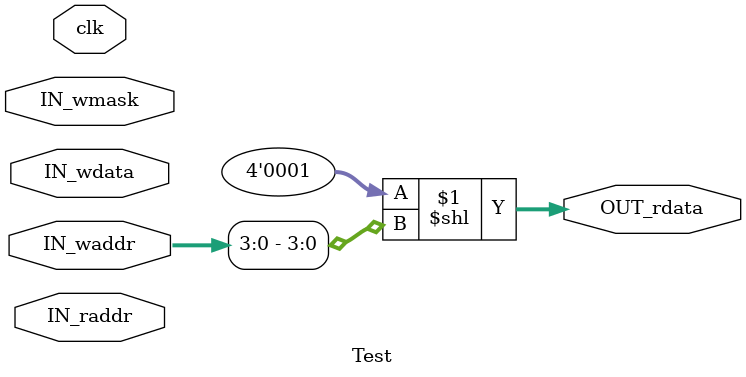
<source format=sv>


module Test (
  input logic clk,
  input logic[7:0] IN_waddr,
  input logic[31:0] IN_wdata,
  input logic[3:0] IN_wmask,

  input logic[7:0] IN_raddr,
  output logic[3:0] OUT_rdata
);

assign OUT_rdata[3:0] = 4'b1 << IN_waddr[0+:4];

endmodule

</source>
